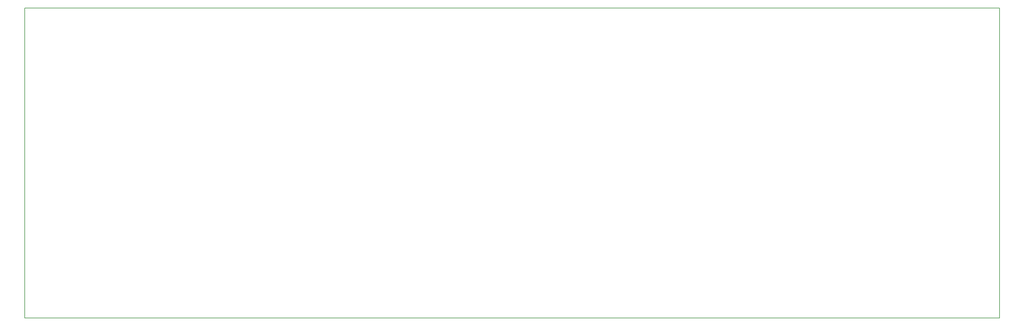
<source format=gm1>
G04 #@! TF.GenerationSoftware,KiCad,Pcbnew,5.0.0-rc1-44a33f2~62~ubuntu16.04.1*
G04 #@! TF.CreationDate,2018-03-08T22:41:24+01:00*
G04 #@! TF.ProjectId,midi314,6D6964693331342E6B696361645F7063,rev?*
G04 #@! TF.SameCoordinates,Original*
G04 #@! TF.FileFunction,Profile,NP*
%FSLAX46Y46*%
G04 Gerber Fmt 4.6, Leading zero omitted, Abs format (unit mm)*
G04 Created by KiCad (PCBNEW 5.0.0-rc1-44a33f2~62~ubuntu16.04.1) date Thu Mar  8 22:41:24 2018*
%MOMM*%
%LPD*%
G01*
G04 APERTURE LIST*
%ADD10C,0.150000*%
G04 APERTURE END LIST*
D10*
X62230000Y-187960000D02*
X62230000Y-96520000D01*
X349250000Y-187960000D02*
X62230000Y-187960000D01*
X349250000Y-96520000D02*
X349250000Y-187960000D01*
X62230000Y-96520000D02*
X349250000Y-96520000D01*
M02*

</source>
